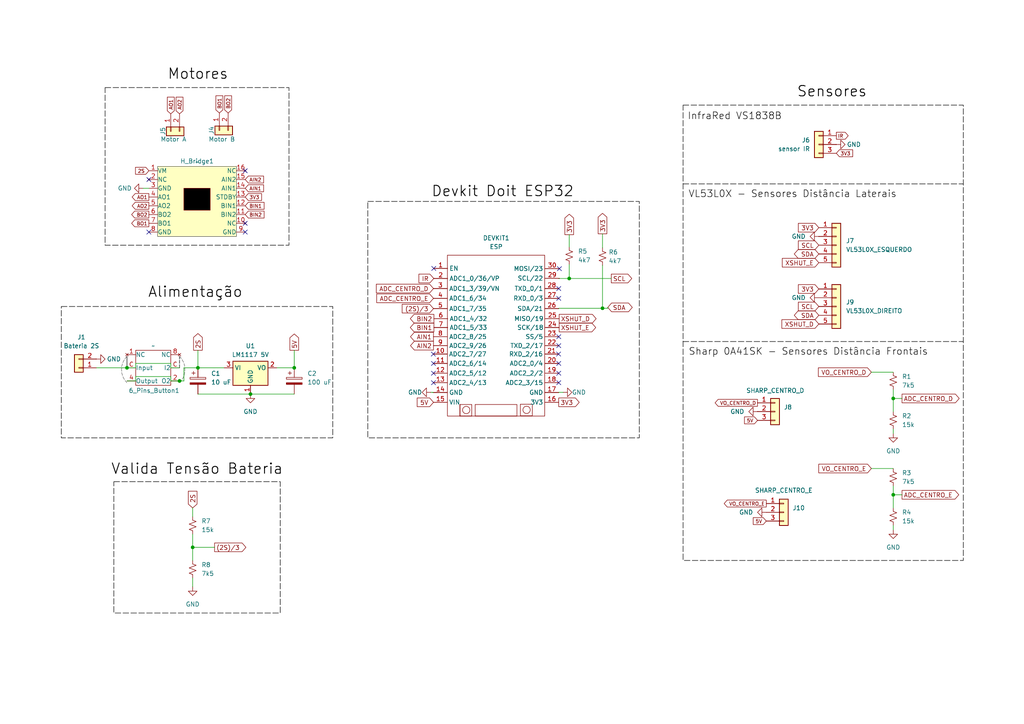
<source format=kicad_sch>
(kicad_sch (version 20231120) (generator "eeschema") (generator_version "8.0")
  (paper "A4")
  (lib_symbols
    (symbol "Connector_Generic:Conn_01x02" (pin_names (offset 1.016) hide)
      (property "Reference" "J" (at 0 2.54 0))
      (property "Value" "Conn_01x02" (at 0 -5.08 0))
      (symbol "Conn_01x02_1_1"
        (rectangle (start -1.27 -2.413) (end 0 -2.667) (stroke (width 0.1524)))
        (rectangle (start -1.27 0.127) (end 0 -0.127) (stroke (width 0.1524)))
        (rectangle (start -1.27 1.27) (end 1.27 -3.81) (stroke (width 0.254)) (fill (type background)))
        (pin passive line (at -5.08 0 0) (length 3.81) (name "Pin_1") (number "1"))
        (pin passive line (at -5.08 -2.54 0) (length 3.81) (name "Pin_2") (number "2"))
      )
    )
    (symbol "Connector_Generic:Conn_01x03" (pin_names (offset 1.016) hide)
      (property "Reference" "J" (at 0 5.08 0))
      (property "Value" "Conn_01x03" (at 0 -5.08 0))
      (symbol "Conn_01x03_1_1"
        (rectangle (start -1.27 -2.413) (end 0 -2.667) (stroke (width 0.1524)))
        (rectangle (start -1.27 0.127) (end 0 -0.127) (stroke (width 0.1524)))
        (rectangle (start -1.27 2.667) (end 0 2.413) (stroke (width 0.1524)))
        (rectangle (start -1.27 3.81) (end 1.27 -3.81) (stroke (width 0.254)) (fill (type background)))
        (pin passive line (at -5.08 2.54 0) (length 3.81) (name "Pin_1") (number "1"))
        (pin passive line (at -5.08 0 0) (length 3.81) (name "Pin_2") (number "2"))
        (pin passive line (at -5.08 -2.54 0) (length 3.81) (name "Pin_3") (number "3"))
      )
    )
    (symbol "Connector_Generic:Conn_01x05" (pin_names (offset 1.016) hide)
      (property "Reference" "J" (at 0 7.62 0))
      (property "Value" "Conn_01x05" (at 0 -7.62 0))
      (symbol "Conn_01x05_1_1"
        (rectangle (start -1.27 -4.953) (end 0 -5.207) (stroke (width 0.1524)))
        (rectangle (start -1.27 -2.413) (end 0 -2.667) (stroke (width 0.1524)))
        (rectangle (start -1.27 0.127) (end 0 -0.127) (stroke (width 0.1524)))
        (rectangle (start -1.27 2.667) (end 0 2.413) (stroke (width 0.1524)))
        (rectangle (start -1.27 5.207) (end 0 4.953) (stroke (width 0.1524)))
        (rectangle (start -1.27 6.35) (end 1.27 -6.35) (stroke (width 0.254)) (fill (type background)))
        (pin passive line (at -5.08 5.08 0) (length 3.81) (name "Pin_1") (number "1"))
        (pin passive line (at -5.08 2.54 0) (length 3.81) (name "Pin_2") (number "2"))
        (pin passive line (at -5.08 0 0) (length 3.81) (name "Pin_3") (number "3"))
        (pin passive line (at -5.08 -2.54 0) (length 3.81) (name "Pin_4") (number "4"))
        (pin passive line (at -5.08 -5.08 0) (length 3.81) (name "Pin_5") (number "5"))
      )
    )
    (symbol "Device:C_Polarized" (pin_numbers hide) (pin_names (offset 0.254))
      (property "Reference" "C" (at 0.635 2.54 0))
      (property "Value" "C_Polarized" (at 0.635 -2.54 0))
      (symbol "C_Polarized_0_1"
        (rectangle (start -2.286 0.508) (end 2.286 1.016))
        (polyline (pts (xy -1.778 2.286) (xy -0.762 2.286)))
        (polyline (pts (xy -1.27 2.794) (xy -1.27 1.778)))
        (rectangle (start 2.286 -0.508) (end -2.286 -1.016) (fill (type outline)))
      )
      (symbol "C_Polarized_1_1"
        (pin passive line (at 0 3.81 270) (length 2.794) (name "~") (number "1"))
        (pin passive line (at 0 -3.81 90) (length 2.794) (name "~") (number "2"))
      )
    )
    (symbol "Device:R_Small_US" (pin_numbers hide) (pin_names (offset 0.254) hide)
      (property "Reference" "R" (at 0.762 0.508 0))
      (property "Value" "R_Small_US" (at 0.762 -1.016 0))
      (symbol "R_Small_US_1_1"
        (polyline (pts (xy 0 0) (xy 1.016 -0.381) (xy 0 -0.762) (xy -1.016 -1.143) (xy 0 -1.524)))
        (polyline (pts (xy 0 1.524) (xy 1.016 1.143) (xy 0 0.762) (xy -1.016 0.381) (xy 0 0)))
        (pin passive line (at 0 2.54 270) (length 1.016) (name "~") (number "1"))
        (pin passive line (at 0 -2.54 90) (length 1.016) (name "~") (number "2"))
      )
    )
    (symbol "Regulator_Linear:LM1117T-5.0"
      (property "Reference" "U" (at -3.81 3.175 0))
      (property "Value" "LM1117T-5.0" (at 0 3.175 0))
      (symbol "LM1117T-5.0_0_1"
        (rectangle (start -5.08 -5.08) (end 5.08 1.905) (stroke (width 0.254)) (fill (type background)))
      )
      (symbol "LM1117T-5.0_1_1"
        (pin power_in line (at 0 -7.62 90) (length 2.54) (name "GND") (number "1"))
        (pin power_out line (at 7.62 0 180) (length 2.54) (name "VO") (number "2"))
        (pin power_in line (at -7.62 0 0) (length 2.54) (name "VI") (number "3"))
      )
    )
    (symbol "esp32_devkit_v1_doit:Button_6_Pins" (pin_names (offset 0.0001))
      (property "Reference" "6_Pins_Button" (at -0.254 7.366 0))
      (symbol "Button_6_Pins_0_1"
        (rectangle (start -5.08 5.08) (end 5.08 -5.08))
      )
      (symbol "Button_6_Pins_1_1"
        (arc (start -7.62 3.302) (mid -9.1982 -0.508) (end -7.62 -4.318) (stroke (width 0.0762) (type dash) (color 0 0 0 1)))
        (polyline (pts (xy -7.62 0) (xy -7.62 3.302)) (stroke (width 0) (color 0 0 0 1)))
        (polyline (pts (xy 7.62 0) (xy 7.62 3.302)) (stroke (width 0) (color 0 0 0 1)))
        (arc (start 7.62 -4.318) (mid 9.1982 -0.508) (end 7.62 3.302) (stroke (width 0.0762) (type dash) (color 0 0 0 1)))
        (pin no_connect line (at -7.62 3.81 0) (length 2.54) (name "NC") (number "1"))
        (pin free line (at 7.62 -3.81 180) (length 2.54) (name "O2") (number "2"))
        (pin free line (at -7.62 -3.81 0) (length 2.54) (name "Output") (number "4"))
        (pin no_connect line (at 7.62 3.81 180) (length 2.54) (name "NC") (number "8"))
        (pin free line (at 7.62 0 180) (length 2.54) (name "I2") (number "C"))
        (pin input line (at -7.62 0 0) (length 2.54) (name "Input") (number "C"))
      )
    )
    (symbol "esp32_devkit_v1_doit:ESP"
      (property "Reference" "DEVKIT1" (at -18.3261 9.017 0))
      (property "Value" "ESP" (at -18.3261 6.477 0))
      (symbol "ESP_0_1"
        (rectangle (start -32.4866 3.9116) (end -4.2672 -42.7482))
        (rectangle (start -28.8798 -39.3954) (end -25.4254 -42.7482))
        (rectangle (start -28.829 -42.799) (end -28.829 -39.3954))
        (circle (center -27.0256 -40.9956) (radius 1.0635))
        (rectangle (start -24.4348 -42.7482) (end -12.319 -39.3954))
        (rectangle (start -11.3284 -39.3192) (end -7.874 -42.672))
        (circle (center -9.525 -40.9448) (radius 1.0635))
      )
      (symbol "ESP_1_1"
        (pin output line (at -36.449 0.0762 0) (length 4) (name "EN") (number "1"))
        (pin output line (at -36.576 -24.765 0) (length 4) (name "ADC2_7/27") (number "10"))
        (pin output line (at -36.5252 -27.4828 0) (length 4) (name "ADC2_6/14") (number "11"))
        (pin output line (at -36.5252 -30.3276 0) (length 4) (name "ADC2_5/12") (number "12"))
        (pin output line (at -36.5252 -33.0708 0) (length 4) (name "ADC2_4/13") (number "13"))
        (pin output line (at -36.5252 -35.9156 0) (length 4) (name "GND") (number "14"))
        (pin output line (at -36.5252 -38.7604 0) (length 4) (name "VIN") (number "15"))
        (pin output line (at -0.2032 -38.7604 180) (length 4) (name "3V3") (number "16"))
        (pin output line (at -0.2032 -35.9156 180) (length 4) (name "GND") (number "17"))
        (pin output line (at -0.2032 -33.0708 180) (length 4) (name "ADC2_3/15") (number "18"))
        (pin output line (at -0.2032 -30.3276 180) (length 4) (name "ADC2_2/2") (number "19"))
        (pin output line (at -36.449 -2.8448 0) (length 4) (name "ADC1_0/36/VP") (number "2"))
        (pin output line (at -0.2032 -27.4828 180) (length 4) (name "ADC2_0/4") (number "20"))
        (pin output line (at -0.254 -24.765 180) (length 4) (name "RXD_2/16") (number "21"))
        (pin output line (at -0.2032 -22.3266 180) (length 4) (name "TXD_2/17") (number "22"))
        (pin output line (at -0.2032 -19.7358 180) (length 4) (name "SS/5") (number "23"))
        (pin output line (at -0.0762 -17.0688 180) (length 4) (name "SCK/18") (number "24"))
        (pin output line (at -0.0762 -14.5034 180) (length 4) (name "MISO/19") (number "25"))
        (pin output line (at -0.2032 -11.5824 180) (length 4) (name "SDA/21") (number "26"))
        (pin output line (at -0.2032 -8.6106 180) (length 4) (name "RXD_0/3") (number "27"))
        (pin output line (at -0.2032 -5.7658 180) (length 4) (name "TXD_0/1") (number "28"))
        (pin output line (at 0 -2.794 180) (length 4.2) (name "SCL/22") (number "29"))
        (pin output line (at -36.5252 -5.7658 0) (length 4) (name "ADC1_3/39/VN") (number "3"))
        (pin output line (at 0 0 180) (length 4.2) (name "MOSI/23") (number "30"))
        (pin output line (at -36.5252 -8.6106 0) (length 4) (name "ADC1_6/34") (number "4"))
        (pin output line (at -36.5252 -11.5824 0) (length 4) (name "ADC1_7/35") (number "5"))
        (pin output line (at -36.3982 -14.5034 0) (length 4) (name "ADC1_4/32") (number "6"))
        (pin output line (at -36.3982 -17.0688 0) (length 4) (name "ADC1_5/33") (number "7"))
        (pin output line (at -36.5252 -19.7358 0) (length 4) (name "ADC2_8/25") (number "8"))
        (pin output line (at -36.5252 -22.3266 0) (length 4) (name "ADC2_9/26") (number "9"))
      )
    )
    (symbol "esp32_devkit_v1_doit:H_Bridge" (pin_names (offset 0.0001))
      (property "Reference" "H_Bridge" (at 0.508 11.43 0))
      (symbol "H_Bridge_1_1"
        (rectangle (start -11.43 10.16) (end 11.43 -10.16) (stroke (width 0.1) (color 0 0 0 1)) (fill (type background)))
        (rectangle (start -3.81 3.81) (end 3.81 -2.54) (fill (type color) (color 0 0 0 1)))
        (pin input line (at -13.97 8.89 0) (length 2.54) (name "VM") (number "1"))
        (pin no_connect line (at 13.97 -6.35 180) (length 2.54) (name "NC") (number "10"))
        (pin input line (at 13.97 -3.81 180) (length 2.54) (name "BIN2") (number "11"))
        (pin input line (at 13.97 -1.27 180) (length 2.54) (name "BIN1") (number "12"))
        (pin input line (at 13.97 1.27 180) (length 2.54) (name "STDBY") (number "13"))
        (pin input line (at 13.97 3.81 180) (length 2.54) (name "AIN1") (number "14"))
        (pin input line (at 13.97 6.35 180) (length 2.54) (name "AIN2") (number "15"))
        (pin no_connect line (at 13.97 8.89 180) (length 2.54) (name "NC") (number "16"))
        (pin no_connect line (at -13.97 6.35 0) (length 2.54) (name "NC") (number "2"))
        (pin passive line (at -13.97 3.81 0) (length 2.54) (name "GND") (number "3"))
        (pin output line (at -13.97 1.27 0) (length 2.54) (name "AO1") (number "4"))
        (pin output line (at -13.97 -1.27 0) (length 2.54) (name "AO2") (number "5"))
        (pin output line (at -13.97 -3.81 0) (length 2.54) (name "BO2") (number "6"))
        (pin output line (at -13.97 -6.35 0) (length 2.54) (name "BO1") (number "7"))
        (pin passive line (at -13.97 -8.89 0) (length 2.54) (name "GND") (number "8"))
        (pin passive line (at 13.97 -8.89 180) (length 2.54) (name "GND") (number "9"))
      )
    )
    (symbol "power:GND" (power) (pin_numbers hide) (pin_names (offset 0) hide)
      (property "Value" "GND" (at 0 -3.81 0))
      (symbol "GND_0_1"
        (polyline (pts (xy 0 0) (xy 0 -1.27) (xy 1.27 -1.27) (xy 0 -2.54) (xy -1.27 -1.27) (xy 0 -1.27)))
      )
      (symbol "GND_1_1"
        (pin power_in line (at 0 0 270) (length 0) (name "~") (number "1"))
      )
    )
  )
  (junction (at 36.83 106.68))
  (junction (at 174.752 89.408))
  (junction (at 57.404 106.68))
  (junction (at 52.07 110.49))
  (junction (at 259.08 143.51))
  (junction (at 72.644 114.3))
  (junction (at 259.08 115.57))
  (junction (at 55.88 158.75))
  (junction (at 85.344 106.68))
  (junction (at 165.1 80.772))
  (no_connect (at 71.12 67.31))
  (no_connect (at 43.18 52.07))
  (no_connect (at 162.052 83.693))
  (no_connect (at 125.73 110.998))
  (no_connect (at 162.2552 77.9272))
  (no_connect (at 162.052 100.2538))
  (no_connect (at 125.73 105.41))
  (no_connect (at 162.052 86.5378))
  (no_connect (at 43.18 67.31))
  (no_connect (at 162.052 108.2548))
  (no_connect (at 162.052 105.41))
  (no_connect (at 125.73 108.2548))
  (no_connect (at 162.0012 102.6922))
  (no_connect (at 162.052 110.998))
  (no_connect (at 71.12 49.53))
  (no_connect (at 71.12 64.77))
  (no_connect (at 125.8062 77.851))
  (no_connect (at 162.052 97.663))
  (no_connect (at 125.6792 102.6922))
  (wire (pts (xy 125.476 113.8428) (xy 125.73 113.8428)))
  (wire (pts (xy 259.08 143.51) (xy 259.08 147.32)))
  (wire (pts (xy 174.752 89.408) (xy 176.276 89.408)))
  (wire (pts (xy 57.404 101.6) (xy 57.404 106.68)))
  (wire (pts (xy 39.37 110.49) (xy 39.37 109.22)))
  (wire (pts (xy 259.08 152.4) (xy 259.08 153.67)))
  (wire (pts (xy 259.08 115.57) (xy 261.62 115.57)))
  (wire (pts (xy 72.644 114.3) (xy 85.344 114.3)))
  (wire (pts (xy 49.53 110.49) (xy 52.07 110.49)))
  (wire (pts (xy 39.37 105.41) (xy 49.53 105.41)))
  (wire (pts (xy 259.08 140.97) (xy 259.08 143.51)))
  (wire (pts (xy 55.88 158.75) (xy 62.23 158.75)))
  (wire (pts (xy 252.73 107.95) (xy 259.08 107.95)))
  (wire (pts (xy 55.88 154.94) (xy 55.88 158.75)))
  (wire (pts (xy 49.53 106.68) (xy 52.07 106.68)))
  (wire (pts (xy 125.476 113.792) (xy 124.968 113.792)))
  (wire (pts (xy 259.08 115.57) (xy 259.08 119.38)))
  (wire (pts (xy 162.052 80.7212) (xy 162.2552 80.7212)))
  (wire (pts (xy 53.34 106.68) (xy 57.404 106.68)))
  (wire (pts (xy 259.08 113.03) (xy 259.08 115.57)))
  (wire (pts (xy 36.83 106.68) (xy 39.37 106.68)))
  (wire (pts (xy 259.08 125.73) (xy 259.08 124.46)))
  (wire (pts (xy 174.752 76.962) (xy 174.752 89.408)))
  (wire (pts (xy 125.476 113.792) (xy 125.476 113.8428)))
  (wire (pts (xy 162.052 80.772) (xy 162.052 80.7212)))
  (wire (pts (xy 39.37 106.68) (xy 39.37 105.41)))
  (wire (pts (xy 165.1 80.772) (xy 177.292 80.772)))
  (wire (pts (xy 252.73 135.89) (xy 259.08 135.89)))
  (wire (pts (xy 162.052 113.792) (xy 162.052 113.8428)))
  (wire (pts (xy 162.052 89.5096) (xy 162.052 89.408)))
  (wire (pts (xy 55.88 147.32) (xy 55.88 149.86)))
  (wire (pts (xy 57.404 106.68) (xy 65.024 106.68)))
  (wire (pts (xy 259.08 143.51) (xy 261.62 143.51)))
  (wire (pts (xy 162.052 89.408) (xy 174.752 89.408)))
  (wire (pts (xy 49.53 109.22) (xy 49.53 110.49)))
  (wire (pts (xy 55.88 158.75) (xy 55.88 162.56)))
  (wire (pts (xy 39.37 109.22) (xy 49.53 109.22)))
  (wire (pts (xy 55.88 170.18) (xy 55.88 167.64)))
  (wire (pts (xy 27.94 106.68) (xy 36.83 106.68)))
  (wire (pts (xy 85.344 101.6) (xy 85.344 106.68)))
  (wire (pts (xy 162.052 80.772) (xy 165.1 80.772)))
  (wire (pts (xy 52.07 110.49) (xy 53.34 110.49)))
  (wire (pts (xy 174.752 67.818) (xy 174.752 71.882)))
  (wire (pts (xy 176.276 89.154) (xy 176.276 89.408)))
  (wire (pts (xy 165.1 68.072) (xy 165.1 71.628)))
  (wire (pts (xy 162.052 113.792) (xy 163.322 113.792)))
  (wire (pts (xy 53.34 110.49) (xy 53.34 106.68)))
  (wire (pts (xy 43.18 54.61) (xy 41.529 54.61)))
  (wire (pts (xy 49.53 105.41) (xy 49.53 106.68)))
  (wire (pts (xy 36.83 110.49) (xy 39.37 110.49)))
  (wire (pts (xy 80.264 106.68) (xy 85.344 106.68)))
  (wire (pts (xy 165.1 76.708) (xy 165.1 80.772)))
  (wire (pts (xy 57.404 114.3) (xy 72.644 114.3)))
  (rectangle (start 17.78 88.9) (end 96.52 127) (stroke (width 0) (type dash) (color 0 0 0 1)))
  (rectangle (start 198.12 99.06) (end 279.4 99.06) (stroke (width 0) (type dash) (color 0 0 0 1)))
  (rectangle (start 198.12 30.48) (end 279.4 162.56) (stroke (width 0) (type dash) (color 0 0 0 1)))
  (rectangle (start 33.02 139.7) (end 81.28 177.8) (stroke (width 0) (type dash) (color 0 0 0 1)))
  (rectangle (start 30.48 25.4) (end 83.82 71.12) (stroke (width 0) (type dash) (color 0 0 0 1)))
  (rectangle (start 106.68 58.42) (end 185.42 127) (stroke (width 0) (type dash) (color 0 0 0 1)))
  (rectangle (start 198.12 53.34) (end 279.4 53.34) (stroke (width 0) (type dash) (color 0 0 0 1)))
  (text "Sensores" (at 241.3 26.67 0) (effects (font (size 3 3) (thickness 0.254) (bold yes))))
  (text "VL53L0X - Sensores Distância Laterais" (at 229.87 56.388 0) (effects (font (size 2 2))))
  (text "Motores" (at 57.404 21.59 0) (effects (font (size 3 3) (thickness 0.254) (bold yes))))
  (text "Sharp 0A41SK - Sensores Distância Frontais" (at 234.442 102.108 0) (effects (font (size 2 2))))
  (text "Valida Tensão Bateria" (at 57.15 136.144 0) (effects (font (size 3 3) (thickness 0.254) (bold yes))))
  (text "InfraRed VS1838B" (at 213.106 33.782 0) (effects (font (size 2 2))))
  (text "Alimentação" (at 56.642 84.836 0) (effects (font (size 3 3) (thickness 0.254) (bold yes))))
  (text "Devkit Doit ESP32" (at 145.796 55.626 0) (effects (font (size 3 3) (thickness 0.254) (bold yes))))
  (global_label "VO_CENTRO_D" (shape output) (at 219.71 116.84 180) (effects (font (size 1.016 1.016))) (property "Intersheetrefs" "${INTERSHEET_REFS}" (effects (hide yes))))
  (global_label "2S" (shape input) (at 43.18 49.53 180) (effects (font (size 1.016 1.016))) (property "Intersheetrefs" "${INTERSHEET_REFS}" (effects (hide yes))))
  (global_label "SCL" (shape output) (at 177.292 80.772 0) (property "Intersheetrefs" "${INTERSHEET_REFS}" (effects (hide yes))))
  (global_label "AIN1" (shape output) (at 125.73 97.663 180) (property "Intersheetrefs" "${INTERSHEET_REFS}" (effects (hide yes))))
  (global_label "AO1" (shape input) (at 49.53 33.02 90) (effects (font (size 1.016 1.016))) (property "Intersheetrefs" "${INTERSHEET_REFS}" (effects (hide yes))))
  (global_label "BO1" (shape output) (at 43.18 64.77 180) (effects (font (size 1.016 1.016))) (property "Intersheetrefs" "${INTERSHEET_REFS}" (effects (hide yes))))
  (global_label "IR" (shape input) (at 125.8062 80.772 180) (property "Intersheetrefs" "${INTERSHEET_REFS}" (effects (hide yes))))
  (global_label "BO2" (shape output) (at 43.18 62.23 180) (effects (font (size 1.016 1.016))) (property "Intersheetrefs" "${INTERSHEET_REFS}" (effects (hide yes))))
  (global_label "AO1" (shape output) (at 43.18 57.15 180) (effects (font (size 1.016 1.016))) (property "Intersheetrefs" "${INTERSHEET_REFS}" (effects (hide yes))))
  (global_label "XSHUT_D" (shape input) (at 237.49 93.98 180) (property "Intersheetrefs" "${INTERSHEET_REFS}" (effects (hide yes))))
  (global_label "AIN1" (shape input) (at 71.12 54.61 0) (effects (font (size 1.016 1.016))) (property "Intersheetrefs" "${INTERSHEET_REFS}" (effects (hide yes))))
  (global_label "AO2" (shape output) (at 43.18 59.69 180) (effects (font (size 1.016 1.016))) (property "Intersheetrefs" "${INTERSHEET_REFS}" (effects (hide yes))))
  (global_label "BO1" (shape input) (at 63.627 32.766 90) (effects (font (size 1.016 1.016))) (property "Intersheetrefs" "${INTERSHEET_REFS}" (effects (hide yes))))
  (global_label "BIN2" (shape input) (at 71.12 62.23 0) (effects (font (size 1.016 1.016))) (property "Intersheetrefs" "${INTERSHEET_REFS}" (effects (hide yes))))
  (global_label "3V3" (shape output) (at 174.752 67.818 90) (property "Intersheetrefs" "${INTERSHEET_REFS}" (effects (hide yes))))
  (global_label "5V" (shape input) (at 125.73 116.6876 180) (property "Intersheetrefs" "${INTERSHEET_REFS}" (effects (hide yes))))
  (global_label "(2S){slash}3" (shape input) (at 125.73 89.5096 180) (property "Intersheetrefs" "${INTERSHEET_REFS}" (effects (hide yes))))
  (global_label "5V" (shape output) (at 85.344 101.6 90) (property "Intersheetrefs" "${INTERSHEET_REFS}" (effects (hide yes))))
  (global_label "ADC_CENTRO_D" (shape output) (at 261.62 115.57 0) (property "Intersheetrefs" "${INTERSHEET_REFS}" (effects (hide yes))))
  (global_label "SDA" (shape bidirectional) (at 176.276 89.154 0) (property "Intersheetrefs" "${INTERSHEET_REFS}" (effects (hide yes))))
  (global_label "VO_CENTRO_E" (shape input) (at 252.73 135.89 180) (property "Intersheetrefs" "${INTERSHEET_REFS}" (effects (hide yes))))
  (global_label "3V3" (shape input) (at 242.57 44.45 0) (effects (font (size 1.016 1.016))) (property "Intersheetrefs" "${INTERSHEET_REFS}" (effects (hide yes))))
  (global_label "3V3" (shape input) (at 237.49 83.82 180) (property "Intersheetrefs" "${INTERSHEET_REFS}" (effects (hide yes))))
  (global_label "SDA" (shape bidirectional) (at 237.49 91.44 180) (property "Intersheetrefs" "${INTERSHEET_REFS}" (effects (hide yes))))
  (global_label "SDA" (shape bidirectional) (at 237.49 73.66 180) (property "Intersheetrefs" "${INTERSHEET_REFS}" (effects (hide yes))))
  (global_label "5V" (shape input) (at 219.71 121.92 180) (effects (font (size 1.016 1.016))) (property "Intersheetrefs" "${INTERSHEET_REFS}" (effects (hide yes))))
  (global_label "3V3" (shape input) (at 237.49 66.04 180) (property "Intersheetrefs" "${INTERSHEET_REFS}" (effects (hide yes))))
  (global_label "5V" (shape input) (at 222.25 151.13 180) (effects (font (size 1.016 1.016))) (property "Intersheetrefs" "${INTERSHEET_REFS}" (effects (hide yes))))
  (global_label "BIN1" (shape input) (at 71.12 59.69 0) (effects (font (size 1.016 1.016))) (property "Intersheetrefs" "${INTERSHEET_REFS}" (effects (hide yes))))
  (global_label "ADC_CENTRO_E" (shape output) (at 261.62 143.51 0) (property "Intersheetrefs" "${INTERSHEET_REFS}" (effects (hide yes))))
  (global_label "SCL" (shape input) (at 237.49 88.9 180) (property "Intersheetrefs" "${INTERSHEET_REFS}" (effects (hide yes))))
  (global_label "ADC_CENTRO_E" (shape input) (at 125.73 86.5378 180) (property "Intersheetrefs" "${INTERSHEET_REFS}" (effects (hide yes))))
  (global_label "AO2" (shape input) (at 52.07 33.02 90) (effects (font (size 1.016 1.016))) (property "Intersheetrefs" "${INTERSHEET_REFS}" (effects (hide yes))))
  (global_label "AIN2" (shape output) (at 125.73 100.2538 180) (property "Intersheetrefs" "${INTERSHEET_REFS}" (effects (hide yes))))
  (global_label "BIN2" (shape output) (at 125.857 92.4306 180) (property "Intersheetrefs" "${INTERSHEET_REFS}" (effects (hide yes))))
  (global_label "IR" (shape output) (at 242.57 39.37 0) (effects (font (size 1.016 1.016))) (property "Intersheetrefs" "${INTERSHEET_REFS}" (effects (hide yes))))
  (global_label "AIN2" (shape input) (at 71.12 52.07 0) (effects (font (size 1.016 1.016))) (property "Intersheetrefs" "${INTERSHEET_REFS}" (effects (hide yes))))
  (global_label "VO_CENTRO_D" (shape input) (at 252.73 107.95 180) (property "Intersheetrefs" "${INTERSHEET_REFS}" (effects (hide yes))))
  (global_label "2S" (shape output) (at 57.404 101.6 90) (property "Intersheetrefs" "${INTERSHEET_REFS}" (effects (hide yes))))
  (global_label "ADC_CENTRO_D" (shape input) (at 125.73 83.693 180) (property "Intersheetrefs" "${INTERSHEET_REFS}" (effects (hide yes))))
  (global_label "3V3" (shape output) (at 162.052 116.6876 0) (property "Intersheetrefs" "${INTERSHEET_REFS}" (effects (hide yes))))
  (global_label "XSHUT_E" (shape input) (at 237.49 76.2 180) (property "Intersheetrefs" "${INTERSHEET_REFS}" (effects (hide yes))))
  (global_label "XSHUT_E" (shape output) (at 162.179 94.996 0) (property "Intersheetrefs" "${INTERSHEET_REFS}" (effects (hide yes))))
  (global_label "BIN1" (shape output) (at 125.857 94.996 180) (property "Intersheetrefs" "${INTERSHEET_REFS}" (effects (hide yes))))
  (global_label "BO2" (shape input) (at 66.167 32.766 90) (effects (font (size 1.016 1.016))) (property "Intersheetrefs" "${INTERSHEET_REFS}" (effects (hide yes))))
  (global_label "2S" (shape input) (at 55.88 147.32 90) (property "Intersheetrefs" "${INTERSHEET_REFS}" (effects (hide yes))))
  (global_label "SCL" (shape input) (at 237.49 71.12 180) (property "Intersheetrefs" "${INTERSHEET_REFS}" (effects (hide yes))))
  (global_label "XSHUT_D" (shape output) (at 162.179 92.4306 0) (property "Intersheetrefs" "${INTERSHEET_REFS}" (effects (hide yes))))
  (global_label "(2S){slash}3" (shape output) (at 62.23 158.75 0) (property "Intersheetrefs" "${INTERSHEET_REFS}" (effects (hide yes))))
  (global_label "VO_CENTRO_E" (shape output) (at 222.25 146.05 180) (effects (font (size 1.016 1.016))) (property "Intersheetrefs" "${INTERSHEET_REFS}" (effects (hide yes))))
  (global_label "3V3" (shape input) (at 71.12 57.15 0) (effects (font (size 1.016 1.016))) (property "Intersheetrefs" "${INTERSHEET_REFS}" (effects (hide yes))))
  (global_label "3V3" (shape output) (at 165.1 68.072 90) (property "Intersheetrefs" "${INTERSHEET_REFS}" (effects (hide yes))))
  (symbol (lib_id "Device:R_Small_US") (at 55.88 165.1 0) (unit 1)
    (property "Reference" "R8" (at 58.42 163.8299 0) (effects (justify left)))
    (property "Value" "7k5" (at 58.42 166.3699 0) (effects (justify left)))
    (property "Footprint" "Resistor_SMD:R_0805_2012Metric" (effects (hide yes)))
    (property "Description" "Resistor, small US symbol" (effects (hide yes)))
  )
  (symbol (lib_id "power:GND") (at 259.08 125.73 0) (unit 1)
    (property "Reference" "#PWR010" (effects (hide yes)))
    (property "Value" "GND" (at 259.08 130.81 0))
    (property "Description" "Power symbol creates a global label with name \"GND\" , ground" (effects (hide yes)))
  )
  (symbol (lib_id "power:GND") (at 219.71 119.38 270) (unit 1)
    (property "Reference" "#PWR07" (effects (hide yes)))
    (property "Value" "GND" (at 215.9 119.3799 90) (effects (justify right)))
    (property "Description" "Power symbol creates a global label with name \"GND\" , ground" (effects (hide yes)))
  )
  (symbol (lib_id "Device:C_Polarized") (at 57.404 110.49 0) (unit 1)
    (property "Reference" "C1" (at 61.214 108.3309 0) (effects (justify left)))
    (property "Value" "10 uF" (at 61.214 110.8709 0) (effects (justify left)))
    (property "Footprint" "Capacitor_THT:CP_Radial_D5.0mm_P2.50mm" (effects (hide yes)))
    (property "Description" "Polarized capacitor" (effects (hide yes)))
  )
  (symbol (lib_id "power:GND") (at 242.57 41.91 90) (unit 1)
    (property "Reference" "#PWR03" (effects (hide yes)))
    (property "Value" "GND" (at 245.618 41.91 90) (effects (justify right)))
    (property "Description" "Power symbol creates a global label with name \"GND\" , ground" (effects (hide yes)))
  )
  (symbol (lib_id "esp32_devkit_v1_doit:Button_6_Pins") (at 44.45 106.68 0) (unit 1)
    (property "Reference" "6_Pins_Button1" (at 44.704 113.284 0))
    (property "Value" "~" (at 44.45 100.33 0))
    (property "Footprint" "Button_Switch_THT:Nidec_Copal_SH-7010C" (effects (hide yes)))
  )
  (symbol (lib_id "Connector_Generic:Conn_01x05") (at 242.57 71.12 0) (unit 1)
    (property "Reference" "J7" (at 245.364 69.8499 0) (effects (justify left)))
    (property "Value" "VL53L0X_ESQUERDO" (at 245.364 72.3899 0) (effects (justify left)))
    (property "Footprint" "Connector_JST:JST_XH_B5B-XH-AM_1x05_P2.50mm_Vertical" (effects (hide yes)))
    (property "Description" "Generic connector, single row, 01x05, script generated (kicad-library-utils/schlib/autogen/connector/)" (effects (hide yes)))
  )
  (symbol (lib_id "Device:R_Small_US") (at 174.752 74.422 0) (unit 1)
    (property "Reference" "R6" (at 176.53 73.1519 0) (effects (justify left)))
    (property "Value" "4k7" (at 176.53 75.6919 0) (effects (justify left)))
    (property "Footprint" "Resistor_THT:R_Axial_DIN0207_L6.3mm_D2.5mm_P10.16mm_Horizontal" (effects (hide yes)))
    (property "Description" "Resistor, small US symbol" (effects (hide yes)))
  )
  (symbol (lib_id "Connector_Generic:Conn_01x03") (at 237.49 41.91 0) (mirror y) (unit 1)
    (property "Reference" "J6" (at 234.95 40.6399 0) (effects (justify left)))
    (property "Value" "sensor IR" (at 234.95 43.1799 0) (effects (justify left)))
    (property "Footprint" "Connector_PinHeader_2.54mm:PinHeader_1x03_P2.54mm_Vertical" (effects (hide yes)))
    (property "Description" "Generic connector, single row, 01x03, script generated (kicad-library-utils/schlib/autogen/connector/)" (effects (hide yes)))
  )
  (symbol (lib_id "power:GND") (at 222.25 148.59 270) (unit 1)
    (property "Reference" "#PWR08" (effects (hide yes)))
    (property "Value" "GND" (at 218.44 148.5899 90) (effects (justify right)))
    (property "Description" "Power symbol creates a global label with name \"GND\" , ground" (effects (hide yes)))
  )
  (symbol (lib_id "power:GND") (at 72.644 114.3 0) (unit 1)
    (property "Reference" "#PWR01" (effects (hide yes)))
    (property "Value" "GND" (at 72.644 119.38 0))
    (property "Description" "Power symbol creates a global label with name \"GND\" , ground" (effects (hide yes)))
  )
  (symbol (lib_id "power:GND") (at 124.968 113.792 270) (unit 1)
    (property "Reference" "#PWR011" (effects (hide yes)))
    (property "Value" "GND" (at 122.428 113.792 90) (effects (justify right)))
    (property "Description" "Power symbol creates a global label with name \"GND\" , ground" (effects (hide yes)))
  )
  (symbol (lib_id "power:GND") (at 41.529 54.61 270) (unit 1)
    (property "Reference" "#PWR04" (effects (hide yes)))
    (property "Value" "GND" (at 38.227 54.6099 90) (effects (justify right)))
    (property "Description" "Power symbol creates a global label with name \"GND\" , ground" (effects (hide yes)))
  )
  (symbol (lib_id "esp32_devkit_v1_doit:ESP") (at 162.2552 77.9272 0) (unit 1)
    (property "Reference" "DEVKIT1" (at 143.9291 69.0372 0))
    (property "Value" "ESP" (at 143.9291 71.5772 0))
    (property "Footprint" "esp32_devkit_v1_doit:esp32_devkit_v1_doit" (effects (hide yes)))
  )
  (symbol (lib_id "power:GND") (at 259.08 153.67 0) (unit 1)
    (property "Reference" "#PWR09" (effects (hide yes)))
    (property "Value" "GND" (at 259.08 158.75 0))
    (property "Description" "Power symbol creates a global label with name \"GND\" , ground" (effects (hide yes)))
  )
  (symbol (lib_id "power:GND") (at 27.94 104.14 90) (unit 1)
    (property "Reference" "#PWR02" (effects (hide yes)))
    (property "Value" "GND" (at 30.988 104.14 90) (effects (justify right)))
    (property "Description" "Power symbol creates a global label with name \"GND\" , ground" (effects (hide yes)))
  )
  (symbol (lib_id "Device:R_Small_US") (at 259.08 121.92 0) (unit 1)
    (property "Reference" "R2" (at 261.62 120.6499 0) (effects (justify left)))
    (property "Value" "15k" (at 261.62 123.1899 0) (effects (justify left)))
    (property "Footprint" "Resistor_SMD:R_0805_2012Metric" (effects (hide yes)))
    (property "Description" "Resistor, small US symbol" (effects (hide yes)))
  )
  (symbol (lib_id "esp32_devkit_v1_doit:H_Bridge") (at 57.15 58.42 0) (unit 1)
    (property "Reference" "H_Bridge1" (at 57.15 46.736 0))
    (property "Value" "~" (at 57.15 46.99 0))
    (property "Footprint" "esp32_devkit_v1_doit:H_Bridge" (effects (hide yes)))
  )
  (symbol (lib_id "power:GND") (at 237.49 86.36 270) (unit 1)
    (property "Reference" "#PWR06" (effects (hide yes)))
    (property "Value" "GND" (at 233.68 86.3599 90) (effects (justify right)))
    (property "Description" "Power symbol creates a global label with name \"GND\" , ground" (effects (hide yes)))
  )
  (symbol (lib_id "Connector_Generic:Conn_01x05") (at 242.57 88.9 0) (unit 1)
    (property "Reference" "J9" (at 245.364 87.6299 0) (effects (justify left)))
    (property "Value" "VL53L0X_DIREITO" (at 245.364 90.1699 0) (effects (justify left)))
    (property "Footprint" "Connector_JST:JST_XH_B5B-XH-AM_1x05_P2.50mm_Vertical" (effects (hide yes)))
    (property "Description" "Generic connector, single row, 01x05, script generated (kicad-library-utils/schlib/autogen/connector/)" (effects (hide yes)))
  )
  (symbol (lib_id "Device:C_Polarized") (at 85.344 110.49 0) (unit 1)
    (property "Reference" "C2" (at 89.154 108.3309 0) (effects (justify left)))
    (property "Value" "100 uF" (at 89.154 110.8709 0) (effects (justify left)))
    (property "Footprint" "Capacitor_THT:CP_Radial_D6.3mm_P2.50mm" (effects (hide yes)))
    (property "Description" "Polarized capacitor" (effects (hide yes)))
  )
  (symbol (lib_id "Connector_Generic:Conn_01x02") (at 63.627 37.846 90) (mirror x) (unit 1)
    (property "Reference" "J4" (at 61.341 36.576 0) (effects (justify left)))
    (property "Value" "Motor B" (at 68.199 40.386 90) (effects (justify left)))
    (property "Footprint" "Connector_JST:JST_XH_B2B-XH-AM_1x02_P2.50mm_Vertical" (effects (hide yes)))
    (property "Description" "Generic connector, single row, 01x02, script generated (kicad-library-utils/schlib/autogen/connector/)" (effects (hide yes)))
  )
  (symbol (lib_id "power:GND") (at 163.322 113.792 90) (unit 1)
    (property "Reference" "#PWR012" (effects (hide yes)))
    (property "Value" "GND" (at 165.862 113.792 90) (effects (justify right)))
    (property "Description" "Power symbol creates a global label with name \"GND\" , ground" (effects (hide yes)))
  )
  (symbol (lib_id "Connector_Generic:Conn_01x03") (at 227.33 148.59 0) (unit 1)
    (property "Reference" "J10" (at 229.87 147.3199 0) (effects (justify left)))
    (property "Value" "SHARP_CENTRO_E" (at 218.948 142.24 0) (effects (justify left)))
    (property "Footprint" "Connector_PinSocket_2.54mm:PinSocket_1x03_P2.54mm_Vertical" (effects (hide yes)))
    (property "Description" "Generic connector, single row, 01x03, script generated (kicad-library-utils/schlib/autogen/connector/)" (effects (hide yes)))
  )
  (symbol (lib_id "power:GND") (at 237.49 68.58 270) (unit 1)
    (property "Reference" "#PWR05" (effects (hide yes)))
    (property "Value" "GND" (at 233.68 68.5799 90) (effects (justify right)))
    (property "Description" "Power symbol creates a global label with name \"GND\" , ground" (effects (hide yes)))
  )
  (symbol (lib_id "Connector_Generic:Conn_01x02") (at 22.86 106.68 180) (unit 1)
    (property "Reference" "J1" (at 23.622 97.79 0))
    (property "Value" "Bateria 2S" (at 23.622 100.33 0))
    (property "Footprint" "Connector_JST:JST_PH_B2B-PH-K_1x02_P2.00mm_Vertical" (effects (hide yes)))
    (property "Description" "Generic connector, single row, 01x02, script generated (kicad-library-utils/schlib/autogen/connector/)" (effects (hide yes)))
  )
  (symbol (lib_id "power:GND") (at 55.88 170.18 0) (unit 1)
    (property "Reference" "#PWR013" (effects (hide yes)))
    (property "Value" "GND" (at 55.88 175.26 0))
    (property "Description" "Power symbol creates a global label with name \"GND\" , ground" (effects (hide yes)))
  )
  (symbol (lib_id "Connector_Generic:Conn_01x03") (at 224.79 119.38 0) (unit 1)
    (property "Reference" "J8" (at 227.33 118.1099 0) (effects (justify left)))
    (property "Value" "SHARP_CENTRO_D" (at 216.408 113.284 0) (effects (justify left)))
    (property "Footprint" "Connector_PinSocket_2.54mm:PinSocket_1x03_P2.54mm_Vertical" (effects (hide yes)))
    (property "Description" "Generic connector, single row, 01x03, script generated (kicad-library-utils/schlib/autogen/connector/)" (effects (hide yes)))
  )
  (symbol (lib_id "Regulator_Linear:LM1117T-5.0") (at 72.644 106.68 0) (unit 1)
    (property "Reference" "U1" (at 72.644 100.33 0))
    (property "Value" "LM1117 5V" (at 72.644 102.87 0))
    (property "Footprint" "Package_TO_SOT_THT:TO-220-3_Horizontal_TabDown" (effects (hide yes)))
    (property "Datasheet" "http://www.ti.com/lit/ds/symlink/lm1117.pdf" (effects (hide yes)))
    (property "Description" "800mA Low-Dropout Linear Regulator, 5.0V fixed output, TO-220" (effects (hide yes)))
  )
  (symbol (lib_id "Device:R_Small_US") (at 55.88 152.4 0) (unit 1)
    (property "Reference" "R7" (at 58.42 151.1299 0) (effects (justify left)))
    (property "Value" "15k" (at 58.42 153.6699 0) (effects (justify left)))
    (property "Footprint" "Resistor_SMD:R_0805_2012Metric" (effects (hide yes)))
    (property "Description" "Resistor, small US symbol" (effects (hide yes)))
  )
  (symbol (lib_id "Connector_Generic:Conn_01x02") (at 49.53 38.1 90) (mirror x) (unit 1)
    (property "Reference" "J5" (at 47.244 36.83 0) (effects (justify left)))
    (property "Value" "Motor A" (at 54.102 40.386 90) (effects (justify left)))
    (property "Footprint" "Connector_JST:JST_XH_B2B-XH-AM_1x02_P2.50mm_Vertical" (effects (hide yes)))
    (property "Description" "Generic connector, single row, 01x02, script generated (kicad-library-utils/schlib/autogen/connector/)" (effects (hide yes)))
  )
  (symbol (lib_id "Device:R_Small_US") (at 165.1 74.168 180) (unit 1)
    (property "Reference" "R5" (at 167.64 72.8979 0) (effects (justify right)))
    (property "Value" "4k7" (at 167.64 75.4379 0) (effects (justify right)))
    (property "Footprint" "Resistor_THT:R_Axial_DIN0207_L6.3mm_D2.5mm_P10.16mm_Horizontal" (effects (hide yes)))
    (property "Description" "Resistor, small US symbol" (effects (hide yes)))
  )
  (symbol (lib_id "Device:R_Small_US") (at 259.08 149.86 0) (unit 1)
    (property "Reference" "R4" (at 261.62 148.5899 0) (effects (justify left)))
    (property "Value" "15k" (at 261.62 151.1299 0) (effects (justify left)))
    (property "Footprint" "Resistor_SMD:R_0805_2012Metric" (effects (hide yes)))
    (property "Description" "Resistor, small US symbol" (effects (hide yes)))
  )
  (symbol (lib_id "Device:R_Small_US") (at 259.08 138.43 0) (unit 1)
    (property "Reference" "R3" (at 261.62 137.1599 0) (effects (justify left)))
    (property "Value" "7k5" (at 261.62 139.6999 0) (effects (justify left)))
    (property "Footprint" "Resistor_SMD:R_0805_2012Metric" (effects (hide yes)))
    (property "Description" "Resistor, small US symbol" (effects (hide yes)))
  )
  (symbol (lib_id "Device:R_Small_US") (at 259.08 110.49 0) (unit 1)
    (property "Reference" "R1" (at 261.62 109.2199 0) (effects (justify left)))
    (property "Value" "7k5" (at 261.62 111.7599 0) (effects (justify left)))
    (property "Footprint" "Resistor_SMD:R_0805_2012Metric" (effects (hide yes)))
    (property "Description" "Resistor, small US symbol" (effects (hide yes)))
  )
)
</source>
